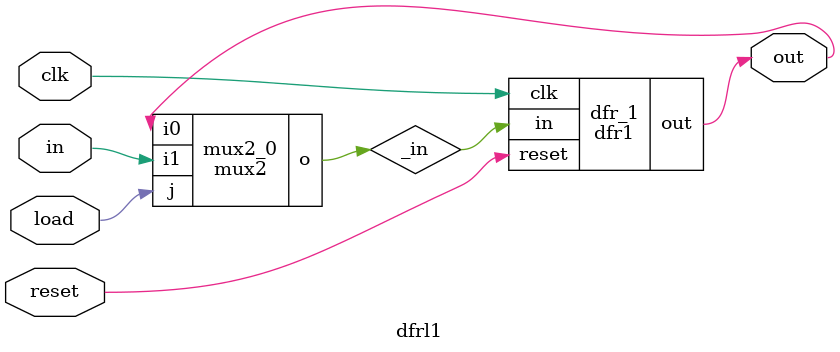
<source format=v>
module invert (input wire i, output wire o);
   assign o = !i;
endmodule

module and2 (input wire i0, i1, output wire o);
  assign o = i0 & i1;
endmodule

module or2 (input wire i0, i1, output wire o);
  assign o = i0 | i1;
endmodule

module xor2 (input wire i0, i1, output wire o);
  assign o = i0 ^ i1;
endmodule

module nand2 (input wire i0, i1, output wire o);
   wire t;
   and2 and2_0 (i0, i1, t);
   invert invert_0 (t, o);
endmodule

module nor2 (input wire i0, i1, output wire o);
   wire t;
   or2 or2_0 (i0, i1, t);
   invert invert_0 (t, o);
endmodule

module xnor2 (input wire i0, i1, output wire o);
   wire t;
   xor2 xor2_0 (i0, i1, t);
   invert invert_0 (t, o);
endmodule

module and3 (input wire i0, i1, i2, output wire o);
   wire t;
   and2 and2_0 (i0, i1, t);
   and2 and2_1 (i2, t, o);
endmodule

module or3 (input wire i0, i1, i2, output wire o);
   wire t;
   or2 or2_0 (i0, i1, t);
   or2 or2_1 (i2, t, o);
endmodule

module nor3 (input wire i0, i1, i2, output wire o);
   wire t;
   or2 or2_0 (i0, i1, t);
   nor2 nor2_0 (i2, t, o);
endmodule

module nand3 (input wire i0, i1, i2, output wire o);
   wire t;
   and2 and2_0 (i0, i1, t);
   nand2 nand2_1 (i2, t, o);
endmodule

module xor3 (input wire i0, i1, i2, output wire o);
   wire t;
   xor2 xor2_0 (i0, i1, t);
   xor2 xor2_1 (i2, t, o);
endmodule

module xnor3 (input wire i0, i1, i2, output wire o);
   wire t;
   xor2 xor2_0 (i0, i1, t);
   xnor2 xnor2_0 (i2, t, o);
endmodule

module mux2 (input wire i0, i1, j, output wire o);
  assign o = (j==0)?i0:i1;
endmodule

module mux4 (input wire [0:3] i, input wire j1, j0, output wire o);
  wire  t0, t1;
  mux2 mux2_0 (i[0], i[1], j1, t0);
  mux2 mux2_1 (i[2], i[3], j1, t1);
  mux2 mux2_2 (t0, t1, j0, o);
endmodule

module mux8 (input wire [0:7] i, input wire j2, j1, j0, output wire o);
  wire  t0, t1;
  mux4 mux4_0 (i[0:3], j2, j1, t0);
  mux4 mux4_1 (i[4:7], j2, j1, t1);
  mux2 mux2_0 (t0, t1, j0, o);
endmodule

module demux2 (input wire i, j, output wire o0, o1);
  assign o0 = (j==0)?i:1'b0;
  assign o1 = (j==1)?i:1'b0;
endmodule

module demux4 (input wire i, j1, j0, output wire [0:3] o);
  wire  t0, t1;
  demux2 demux2_0 (i, j1, t0, t1);
  demux2 demux2_1 (t0, j0, o[0], o[1]);
  demux2 demux2_2 (t1, j0, o[2], o[3]);
endmodule

module demux8 (input wire i, j2, j1, j0, output wire [0:7] o);
  wire  t0, t1;
  demux2 demux2_0 (i, j2, t0, t1);
  demux4 demux4_0 (t0, j1, j0, o[0:3]);
  demux4 demux4_1 (t1, j1, j0, o[4:7]);
endmodule

module df (input wire clk, in, output wire out);
  reg df_out;
  always@(posedge clk) df_out <= in;
  assign out = df_out;
endmodule

module dfr (input wire clk, reset, in, output wire out);
  wire reset_, df_in;
  invert invert_0 (reset, reset_);
  and2 and2_0 (in, reset_, df_in);
  df df_0 (clk, df_in, out);
endmodule

module dfrl (input wire clk, reset, load, in, output wire out);
  wire _in;
  mux2 mux2_0(out, in, load, _in);
  dfr dfr_1(clk, reset, _in, out);
endmodule

module dfr1 (input wire clk, reset, in, output wire out);
  wire reset_, df_in;
  or2 or2_0 (in, reset, df_in);
  df df_0 (clk, df_in, out);
endmodule

module dfrl1 (input wire clk, reset, load, in, output wire out);
  wire _in;
  mux2 mux2_0(out, in, load, _in);
  dfr1 dfr_1(clk, reset, _in, out);
endmodule

</source>
